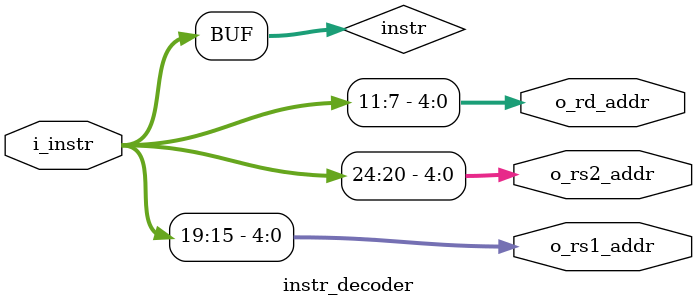
<source format=sv>
module instr_decoder (
	input logic [31:0] i_instr,
	output logic [4:0] o_rs1_addr,
	output logic [4:0] o_rs2_addr,
	output logic [4:0] o_rd_addr
);

	logic [31:0] instr;
	assign instr = i_instr;
	assign o_rs1_addr = instr[19:15];
	assign o_rs2_addr = instr[24:20];
	assign o_rd_addr  = instr[11:7];
	
endmodule: instr_decoder
</source>
